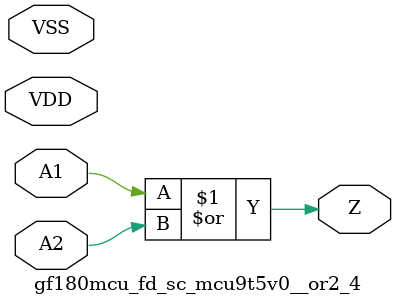
<source format=v>

module gf180mcu_fd_sc_mcu9t5v0__or2_4( A2, A1, Z, VDD, VSS );
input A1, A2;
inout VDD, VSS;
output Z;

	or MGM_BG_0( Z, A1, A2 );

endmodule

</source>
